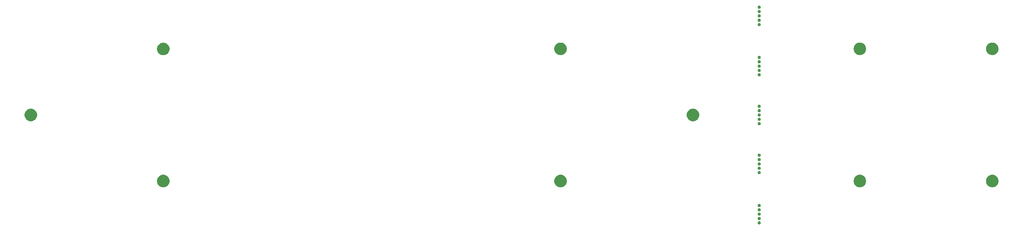
<source format=gbr>
G04 #@! TF.GenerationSoftware,KiCad,Pcbnew,(5.1.2-1)-1*
G04 #@! TF.CreationDate,2020-02-22T12:25:28-06:00*
G04 #@! TF.ProjectId,therick64BA_bottom_plate,74686572-6963-46b3-9634-42415f626f74,rev?*
G04 #@! TF.SameCoordinates,Original*
G04 #@! TF.FileFunction,Soldermask,Top*
G04 #@! TF.FilePolarity,Negative*
%FSLAX46Y46*%
G04 Gerber Fmt 4.6, Leading zero omitted, Abs format (unit mm)*
G04 Created by KiCad (PCBNEW (5.1.2-1)-1) date 2020-02-22 12:25:28*
%MOMM*%
%LPD*%
G04 APERTURE LIST*
%ADD10C,0.100000*%
G04 APERTURE END LIST*
D10*
G36*
X274491552Y-103526331D02*
G01*
X274573627Y-103560328D01*
X274573629Y-103560329D01*
X274610813Y-103585175D01*
X274647495Y-103609685D01*
X274710315Y-103672505D01*
X274759672Y-103746373D01*
X274793669Y-103828448D01*
X274811000Y-103915579D01*
X274811000Y-104004421D01*
X274793669Y-104091552D01*
X274759672Y-104173627D01*
X274759671Y-104173629D01*
X274710314Y-104247496D01*
X274647496Y-104310314D01*
X274573629Y-104359671D01*
X274573628Y-104359672D01*
X274573627Y-104359672D01*
X274491552Y-104393669D01*
X274404421Y-104411000D01*
X274315579Y-104411000D01*
X274228448Y-104393669D01*
X274146373Y-104359672D01*
X274146372Y-104359672D01*
X274146371Y-104359671D01*
X274072504Y-104310314D01*
X274009686Y-104247496D01*
X273960329Y-104173629D01*
X273960328Y-104173627D01*
X273926331Y-104091552D01*
X273909000Y-104004421D01*
X273909000Y-103915579D01*
X273926331Y-103828448D01*
X273960328Y-103746373D01*
X274009685Y-103672505D01*
X274072505Y-103609685D01*
X274109187Y-103585175D01*
X274146371Y-103560329D01*
X274146373Y-103560328D01*
X274228448Y-103526331D01*
X274315579Y-103509000D01*
X274404421Y-103509000D01*
X274491552Y-103526331D01*
X274491552Y-103526331D01*
G37*
G36*
X274491552Y-102276331D02*
G01*
X274573627Y-102310328D01*
X274573629Y-102310329D01*
X274610813Y-102335175D01*
X274647495Y-102359685D01*
X274710315Y-102422505D01*
X274759672Y-102496373D01*
X274793669Y-102578448D01*
X274811000Y-102665579D01*
X274811000Y-102754421D01*
X274793669Y-102841552D01*
X274759672Y-102923627D01*
X274759671Y-102923629D01*
X274710314Y-102997496D01*
X274647496Y-103060314D01*
X274573629Y-103109671D01*
X274573628Y-103109672D01*
X274573627Y-103109672D01*
X274491552Y-103143669D01*
X274404421Y-103161000D01*
X274315579Y-103161000D01*
X274228448Y-103143669D01*
X274146373Y-103109672D01*
X274146372Y-103109672D01*
X274146371Y-103109671D01*
X274072504Y-103060314D01*
X274009686Y-102997496D01*
X273960329Y-102923629D01*
X273960328Y-102923627D01*
X273926331Y-102841552D01*
X273909000Y-102754421D01*
X273909000Y-102665579D01*
X273926331Y-102578448D01*
X273960328Y-102496373D01*
X274009685Y-102422505D01*
X274072505Y-102359685D01*
X274109187Y-102335175D01*
X274146371Y-102310329D01*
X274146373Y-102310328D01*
X274228448Y-102276331D01*
X274315579Y-102259000D01*
X274404421Y-102259000D01*
X274491552Y-102276331D01*
X274491552Y-102276331D01*
G37*
G36*
X274491552Y-101026331D02*
G01*
X274573627Y-101060328D01*
X274573629Y-101060329D01*
X274610813Y-101085175D01*
X274647495Y-101109685D01*
X274710315Y-101172505D01*
X274759672Y-101246373D01*
X274793669Y-101328448D01*
X274811000Y-101415579D01*
X274811000Y-101504421D01*
X274793669Y-101591552D01*
X274759672Y-101673627D01*
X274759671Y-101673629D01*
X274710314Y-101747496D01*
X274647496Y-101810314D01*
X274573629Y-101859671D01*
X274573628Y-101859672D01*
X274573627Y-101859672D01*
X274491552Y-101893669D01*
X274404421Y-101911000D01*
X274315579Y-101911000D01*
X274228448Y-101893669D01*
X274146373Y-101859672D01*
X274146372Y-101859672D01*
X274146371Y-101859671D01*
X274072504Y-101810314D01*
X274009686Y-101747496D01*
X273960329Y-101673629D01*
X273960328Y-101673627D01*
X273926331Y-101591552D01*
X273909000Y-101504421D01*
X273909000Y-101415579D01*
X273926331Y-101328448D01*
X273960328Y-101246373D01*
X274009685Y-101172505D01*
X274072505Y-101109685D01*
X274109187Y-101085175D01*
X274146371Y-101060329D01*
X274146373Y-101060328D01*
X274228448Y-101026331D01*
X274315579Y-101009000D01*
X274404421Y-101009000D01*
X274491552Y-101026331D01*
X274491552Y-101026331D01*
G37*
G36*
X274491552Y-99776331D02*
G01*
X274573627Y-99810328D01*
X274573629Y-99810329D01*
X274610813Y-99835175D01*
X274647495Y-99859685D01*
X274710315Y-99922505D01*
X274759672Y-99996373D01*
X274793669Y-100078448D01*
X274811000Y-100165579D01*
X274811000Y-100254421D01*
X274793669Y-100341552D01*
X274759672Y-100423627D01*
X274759671Y-100423629D01*
X274710314Y-100497496D01*
X274647496Y-100560314D01*
X274573629Y-100609671D01*
X274573628Y-100609672D01*
X274573627Y-100609672D01*
X274491552Y-100643669D01*
X274404421Y-100661000D01*
X274315579Y-100661000D01*
X274228448Y-100643669D01*
X274146373Y-100609672D01*
X274146372Y-100609672D01*
X274146371Y-100609671D01*
X274072504Y-100560314D01*
X274009686Y-100497496D01*
X273960329Y-100423629D01*
X273960328Y-100423627D01*
X273926331Y-100341552D01*
X273909000Y-100254421D01*
X273909000Y-100165579D01*
X273926331Y-100078448D01*
X273960328Y-99996373D01*
X274009685Y-99922505D01*
X274072505Y-99859685D01*
X274109187Y-99835175D01*
X274146371Y-99810329D01*
X274146373Y-99810328D01*
X274228448Y-99776331D01*
X274315579Y-99759000D01*
X274404421Y-99759000D01*
X274491552Y-99776331D01*
X274491552Y-99776331D01*
G37*
G36*
X274491552Y-98526331D02*
G01*
X274573627Y-98560328D01*
X274573629Y-98560329D01*
X274610813Y-98585175D01*
X274647495Y-98609685D01*
X274710315Y-98672505D01*
X274759672Y-98746373D01*
X274793669Y-98828448D01*
X274811000Y-98915579D01*
X274811000Y-99004421D01*
X274793669Y-99091552D01*
X274759672Y-99173627D01*
X274759671Y-99173629D01*
X274710314Y-99247496D01*
X274647496Y-99310314D01*
X274573629Y-99359671D01*
X274573628Y-99359672D01*
X274573627Y-99359672D01*
X274491552Y-99393669D01*
X274404421Y-99411000D01*
X274315579Y-99411000D01*
X274228448Y-99393669D01*
X274146373Y-99359672D01*
X274146372Y-99359672D01*
X274146371Y-99359671D01*
X274072504Y-99310314D01*
X274009686Y-99247496D01*
X273960329Y-99173629D01*
X273960328Y-99173627D01*
X273926331Y-99091552D01*
X273909000Y-99004421D01*
X273909000Y-98915579D01*
X273926331Y-98828448D01*
X273960328Y-98746373D01*
X274009685Y-98672505D01*
X274072505Y-98609685D01*
X274109187Y-98585175D01*
X274146371Y-98560329D01*
X274146373Y-98560328D01*
X274228448Y-98526331D01*
X274315579Y-98509000D01*
X274404421Y-98509000D01*
X274491552Y-98526331D01*
X274491552Y-98526331D01*
G37*
G36*
X341765331Y-90228211D02*
G01*
X342093092Y-90363974D01*
X342388070Y-90561072D01*
X342638928Y-90811930D01*
X342836026Y-91106908D01*
X342971789Y-91434669D01*
X343041000Y-91782616D01*
X343041000Y-92137384D01*
X342971789Y-92485331D01*
X342836026Y-92813092D01*
X342638928Y-93108070D01*
X342388070Y-93358928D01*
X342093092Y-93556026D01*
X341765331Y-93691789D01*
X341417384Y-93761000D01*
X341062616Y-93761000D01*
X340714669Y-93691789D01*
X340386908Y-93556026D01*
X340091930Y-93358928D01*
X339841072Y-93108070D01*
X339643974Y-92813092D01*
X339508211Y-92485331D01*
X339439000Y-92137384D01*
X339439000Y-91782616D01*
X339508211Y-91434669D01*
X339643974Y-91106908D01*
X339841072Y-90811930D01*
X340091930Y-90561072D01*
X340386908Y-90363974D01*
X340714669Y-90228211D01*
X341062616Y-90159000D01*
X341417384Y-90159000D01*
X341765331Y-90228211D01*
X341765331Y-90228211D01*
G37*
G36*
X303765331Y-90228211D02*
G01*
X304093092Y-90363974D01*
X304388070Y-90561072D01*
X304638928Y-90811930D01*
X304836026Y-91106908D01*
X304971789Y-91434669D01*
X305041000Y-91782616D01*
X305041000Y-92137384D01*
X304971789Y-92485331D01*
X304836026Y-92813092D01*
X304638928Y-93108070D01*
X304388070Y-93358928D01*
X304093092Y-93556026D01*
X303765331Y-93691789D01*
X303417384Y-93761000D01*
X303062616Y-93761000D01*
X302714669Y-93691789D01*
X302386908Y-93556026D01*
X302091930Y-93358928D01*
X301841072Y-93108070D01*
X301643974Y-92813092D01*
X301508211Y-92485331D01*
X301439000Y-92137384D01*
X301439000Y-91782616D01*
X301508211Y-91434669D01*
X301643974Y-91106908D01*
X301841072Y-90811930D01*
X302091930Y-90561072D01*
X302386908Y-90363974D01*
X302714669Y-90228211D01*
X303062616Y-90159000D01*
X303417384Y-90159000D01*
X303765331Y-90228211D01*
X303765331Y-90228211D01*
G37*
G36*
X217885331Y-90228211D02*
G01*
X218213092Y-90363974D01*
X218508070Y-90561072D01*
X218758928Y-90811930D01*
X218956026Y-91106908D01*
X219091789Y-91434669D01*
X219161000Y-91782616D01*
X219161000Y-92137384D01*
X219091789Y-92485331D01*
X218956026Y-92813092D01*
X218758928Y-93108070D01*
X218508070Y-93358928D01*
X218213092Y-93556026D01*
X217885331Y-93691789D01*
X217537384Y-93761000D01*
X217182616Y-93761000D01*
X216834669Y-93691789D01*
X216506908Y-93556026D01*
X216211930Y-93358928D01*
X215961072Y-93108070D01*
X215763974Y-92813092D01*
X215628211Y-92485331D01*
X215559000Y-92137384D01*
X215559000Y-91782616D01*
X215628211Y-91434669D01*
X215763974Y-91106908D01*
X215961072Y-90811930D01*
X216211930Y-90561072D01*
X216506908Y-90363974D01*
X216834669Y-90228211D01*
X217182616Y-90159000D01*
X217537384Y-90159000D01*
X217885331Y-90228211D01*
X217885331Y-90228211D01*
G37*
G36*
X103885331Y-90228211D02*
G01*
X104213092Y-90363974D01*
X104508070Y-90561072D01*
X104758928Y-90811930D01*
X104956026Y-91106908D01*
X105091789Y-91434669D01*
X105161000Y-91782616D01*
X105161000Y-92137384D01*
X105091789Y-92485331D01*
X104956026Y-92813092D01*
X104758928Y-93108070D01*
X104508070Y-93358928D01*
X104213092Y-93556026D01*
X103885331Y-93691789D01*
X103537384Y-93761000D01*
X103182616Y-93761000D01*
X102834669Y-93691789D01*
X102506908Y-93556026D01*
X102211930Y-93358928D01*
X101961072Y-93108070D01*
X101763974Y-92813092D01*
X101628211Y-92485331D01*
X101559000Y-92137384D01*
X101559000Y-91782616D01*
X101628211Y-91434669D01*
X101763974Y-91106908D01*
X101961072Y-90811930D01*
X102211930Y-90561072D01*
X102506908Y-90363974D01*
X102834669Y-90228211D01*
X103182616Y-90159000D01*
X103537384Y-90159000D01*
X103885331Y-90228211D01*
X103885331Y-90228211D01*
G37*
G36*
X274491552Y-89086331D02*
G01*
X274573627Y-89120328D01*
X274573629Y-89120329D01*
X274610813Y-89145175D01*
X274647495Y-89169685D01*
X274710315Y-89232505D01*
X274759672Y-89306373D01*
X274793669Y-89388448D01*
X274811000Y-89475579D01*
X274811000Y-89564421D01*
X274793669Y-89651552D01*
X274759672Y-89733627D01*
X274759671Y-89733629D01*
X274710314Y-89807496D01*
X274647496Y-89870314D01*
X274573629Y-89919671D01*
X274573628Y-89919672D01*
X274573627Y-89919672D01*
X274491552Y-89953669D01*
X274404421Y-89971000D01*
X274315579Y-89971000D01*
X274228448Y-89953669D01*
X274146373Y-89919672D01*
X274146372Y-89919672D01*
X274146371Y-89919671D01*
X274072504Y-89870314D01*
X274009686Y-89807496D01*
X273960329Y-89733629D01*
X273960328Y-89733627D01*
X273926331Y-89651552D01*
X273909000Y-89564421D01*
X273909000Y-89475579D01*
X273926331Y-89388448D01*
X273960328Y-89306373D01*
X274009685Y-89232505D01*
X274072505Y-89169685D01*
X274109187Y-89145175D01*
X274146371Y-89120329D01*
X274146373Y-89120328D01*
X274228448Y-89086331D01*
X274315579Y-89069000D01*
X274404421Y-89069000D01*
X274491552Y-89086331D01*
X274491552Y-89086331D01*
G37*
G36*
X274491552Y-87836331D02*
G01*
X274573627Y-87870328D01*
X274573629Y-87870329D01*
X274610813Y-87895175D01*
X274647495Y-87919685D01*
X274710315Y-87982505D01*
X274759672Y-88056373D01*
X274793669Y-88138448D01*
X274811000Y-88225579D01*
X274811000Y-88314421D01*
X274793669Y-88401552D01*
X274759672Y-88483627D01*
X274759671Y-88483629D01*
X274710314Y-88557496D01*
X274647496Y-88620314D01*
X274573629Y-88669671D01*
X274573628Y-88669672D01*
X274573627Y-88669672D01*
X274491552Y-88703669D01*
X274404421Y-88721000D01*
X274315579Y-88721000D01*
X274228448Y-88703669D01*
X274146373Y-88669672D01*
X274146372Y-88669672D01*
X274146371Y-88669671D01*
X274072504Y-88620314D01*
X274009686Y-88557496D01*
X273960329Y-88483629D01*
X273960328Y-88483627D01*
X273926331Y-88401552D01*
X273909000Y-88314421D01*
X273909000Y-88225579D01*
X273926331Y-88138448D01*
X273960328Y-88056373D01*
X274009685Y-87982505D01*
X274072505Y-87919685D01*
X274109187Y-87895175D01*
X274146371Y-87870329D01*
X274146373Y-87870328D01*
X274228448Y-87836331D01*
X274315579Y-87819000D01*
X274404421Y-87819000D01*
X274491552Y-87836331D01*
X274491552Y-87836331D01*
G37*
G36*
X274491552Y-86586331D02*
G01*
X274573627Y-86620328D01*
X274573629Y-86620329D01*
X274610813Y-86645175D01*
X274647495Y-86669685D01*
X274710315Y-86732505D01*
X274759672Y-86806373D01*
X274793669Y-86888448D01*
X274811000Y-86975579D01*
X274811000Y-87064421D01*
X274793669Y-87151552D01*
X274759672Y-87233627D01*
X274759671Y-87233629D01*
X274710314Y-87307496D01*
X274647496Y-87370314D01*
X274573629Y-87419671D01*
X274573628Y-87419672D01*
X274573627Y-87419672D01*
X274491552Y-87453669D01*
X274404421Y-87471000D01*
X274315579Y-87471000D01*
X274228448Y-87453669D01*
X274146373Y-87419672D01*
X274146372Y-87419672D01*
X274146371Y-87419671D01*
X274072504Y-87370314D01*
X274009686Y-87307496D01*
X273960329Y-87233629D01*
X273960328Y-87233627D01*
X273926331Y-87151552D01*
X273909000Y-87064421D01*
X273909000Y-86975579D01*
X273926331Y-86888448D01*
X273960328Y-86806373D01*
X274009685Y-86732505D01*
X274072505Y-86669685D01*
X274109187Y-86645175D01*
X274146371Y-86620329D01*
X274146373Y-86620328D01*
X274228448Y-86586331D01*
X274315579Y-86569000D01*
X274404421Y-86569000D01*
X274491552Y-86586331D01*
X274491552Y-86586331D01*
G37*
G36*
X274491552Y-85336331D02*
G01*
X274573627Y-85370328D01*
X274573629Y-85370329D01*
X274610813Y-85395175D01*
X274647495Y-85419685D01*
X274710315Y-85482505D01*
X274759672Y-85556373D01*
X274793669Y-85638448D01*
X274811000Y-85725579D01*
X274811000Y-85814421D01*
X274793669Y-85901552D01*
X274759672Y-85983627D01*
X274759671Y-85983629D01*
X274710314Y-86057496D01*
X274647496Y-86120314D01*
X274573629Y-86169671D01*
X274573628Y-86169672D01*
X274573627Y-86169672D01*
X274491552Y-86203669D01*
X274404421Y-86221000D01*
X274315579Y-86221000D01*
X274228448Y-86203669D01*
X274146373Y-86169672D01*
X274146372Y-86169672D01*
X274146371Y-86169671D01*
X274072504Y-86120314D01*
X274009686Y-86057496D01*
X273960329Y-85983629D01*
X273960328Y-85983627D01*
X273926331Y-85901552D01*
X273909000Y-85814421D01*
X273909000Y-85725579D01*
X273926331Y-85638448D01*
X273960328Y-85556373D01*
X274009685Y-85482505D01*
X274072505Y-85419685D01*
X274109187Y-85395175D01*
X274146371Y-85370329D01*
X274146373Y-85370328D01*
X274228448Y-85336331D01*
X274315579Y-85319000D01*
X274404421Y-85319000D01*
X274491552Y-85336331D01*
X274491552Y-85336331D01*
G37*
G36*
X274491552Y-84086331D02*
G01*
X274573627Y-84120328D01*
X274573629Y-84120329D01*
X274610813Y-84145175D01*
X274647495Y-84169685D01*
X274710315Y-84232505D01*
X274759672Y-84306373D01*
X274793669Y-84388448D01*
X274811000Y-84475579D01*
X274811000Y-84564421D01*
X274793669Y-84651552D01*
X274759672Y-84733627D01*
X274759671Y-84733629D01*
X274710314Y-84807496D01*
X274647496Y-84870314D01*
X274573629Y-84919671D01*
X274573628Y-84919672D01*
X274573627Y-84919672D01*
X274491552Y-84953669D01*
X274404421Y-84971000D01*
X274315579Y-84971000D01*
X274228448Y-84953669D01*
X274146373Y-84919672D01*
X274146372Y-84919672D01*
X274146371Y-84919671D01*
X274072504Y-84870314D01*
X274009686Y-84807496D01*
X273960329Y-84733629D01*
X273960328Y-84733627D01*
X273926331Y-84651552D01*
X273909000Y-84564421D01*
X273909000Y-84475579D01*
X273926331Y-84388448D01*
X273960328Y-84306373D01*
X274009685Y-84232505D01*
X274072505Y-84169685D01*
X274109187Y-84145175D01*
X274146371Y-84120329D01*
X274146373Y-84120328D01*
X274228448Y-84086331D01*
X274315579Y-84069000D01*
X274404421Y-84069000D01*
X274491552Y-84086331D01*
X274491552Y-84086331D01*
G37*
G36*
X274491552Y-75026331D02*
G01*
X274573627Y-75060328D01*
X274573629Y-75060329D01*
X274610813Y-75085175D01*
X274647495Y-75109685D01*
X274710315Y-75172505D01*
X274759672Y-75246373D01*
X274793669Y-75328448D01*
X274811000Y-75415579D01*
X274811000Y-75504421D01*
X274793669Y-75591552D01*
X274759672Y-75673627D01*
X274759671Y-75673629D01*
X274710314Y-75747496D01*
X274647496Y-75810314D01*
X274573629Y-75859671D01*
X274573628Y-75859672D01*
X274573627Y-75859672D01*
X274491552Y-75893669D01*
X274404421Y-75911000D01*
X274315579Y-75911000D01*
X274228448Y-75893669D01*
X274146373Y-75859672D01*
X274146372Y-75859672D01*
X274146371Y-75859671D01*
X274072504Y-75810314D01*
X274009686Y-75747496D01*
X273960329Y-75673629D01*
X273960328Y-75673627D01*
X273926331Y-75591552D01*
X273909000Y-75504421D01*
X273909000Y-75415579D01*
X273926331Y-75328448D01*
X273960328Y-75246373D01*
X274009685Y-75172505D01*
X274072505Y-75109685D01*
X274109187Y-75085175D01*
X274146371Y-75060329D01*
X274146373Y-75060328D01*
X274228448Y-75026331D01*
X274315579Y-75009000D01*
X274404421Y-75009000D01*
X274491552Y-75026331D01*
X274491552Y-75026331D01*
G37*
G36*
X65885331Y-71228211D02*
G01*
X66213092Y-71363974D01*
X66508070Y-71561072D01*
X66758928Y-71811930D01*
X66956026Y-72106908D01*
X67091789Y-72434669D01*
X67161000Y-72782616D01*
X67161000Y-73137384D01*
X67091789Y-73485331D01*
X66956026Y-73813092D01*
X66758928Y-74108070D01*
X66508070Y-74358928D01*
X66213092Y-74556026D01*
X65885331Y-74691789D01*
X65537384Y-74761000D01*
X65182616Y-74761000D01*
X64834669Y-74691789D01*
X64506908Y-74556026D01*
X64211930Y-74358928D01*
X63961072Y-74108070D01*
X63763974Y-73813092D01*
X63628211Y-73485331D01*
X63559000Y-73137384D01*
X63559000Y-72782616D01*
X63628211Y-72434669D01*
X63763974Y-72106908D01*
X63961072Y-71811930D01*
X64211930Y-71561072D01*
X64506908Y-71363974D01*
X64834669Y-71228211D01*
X65182616Y-71159000D01*
X65537384Y-71159000D01*
X65885331Y-71228211D01*
X65885331Y-71228211D01*
G37*
G36*
X255885331Y-71228211D02*
G01*
X256213092Y-71363974D01*
X256508070Y-71561072D01*
X256758928Y-71811930D01*
X256956026Y-72106908D01*
X257091789Y-72434669D01*
X257161000Y-72782616D01*
X257161000Y-73137384D01*
X257091789Y-73485331D01*
X256956026Y-73813092D01*
X256758928Y-74108070D01*
X256508070Y-74358928D01*
X256213092Y-74556026D01*
X255885331Y-74691789D01*
X255537384Y-74761000D01*
X255182616Y-74761000D01*
X254834669Y-74691789D01*
X254506908Y-74556026D01*
X254211930Y-74358928D01*
X253961072Y-74108070D01*
X253763974Y-73813092D01*
X253628211Y-73485331D01*
X253559000Y-73137384D01*
X253559000Y-72782616D01*
X253628211Y-72434669D01*
X253763974Y-72106908D01*
X253961072Y-71811930D01*
X254211930Y-71561072D01*
X254506908Y-71363974D01*
X254834669Y-71228211D01*
X255182616Y-71159000D01*
X255537384Y-71159000D01*
X255885331Y-71228211D01*
X255885331Y-71228211D01*
G37*
G36*
X274491552Y-73776331D02*
G01*
X274573627Y-73810328D01*
X274573629Y-73810329D01*
X274610813Y-73835175D01*
X274647495Y-73859685D01*
X274710315Y-73922505D01*
X274759672Y-73996373D01*
X274793669Y-74078448D01*
X274811000Y-74165579D01*
X274811000Y-74254421D01*
X274793669Y-74341552D01*
X274759672Y-74423627D01*
X274759671Y-74423629D01*
X274710314Y-74497496D01*
X274647496Y-74560314D01*
X274573629Y-74609671D01*
X274573628Y-74609672D01*
X274573627Y-74609672D01*
X274491552Y-74643669D01*
X274404421Y-74661000D01*
X274315579Y-74661000D01*
X274228448Y-74643669D01*
X274146373Y-74609672D01*
X274146372Y-74609672D01*
X274146371Y-74609671D01*
X274072504Y-74560314D01*
X274009686Y-74497496D01*
X273960329Y-74423629D01*
X273960328Y-74423627D01*
X273926331Y-74341552D01*
X273909000Y-74254421D01*
X273909000Y-74165579D01*
X273926331Y-74078448D01*
X273960328Y-73996373D01*
X274009685Y-73922505D01*
X274072505Y-73859685D01*
X274109187Y-73835175D01*
X274146371Y-73810329D01*
X274146373Y-73810328D01*
X274228448Y-73776331D01*
X274315579Y-73759000D01*
X274404421Y-73759000D01*
X274491552Y-73776331D01*
X274491552Y-73776331D01*
G37*
G36*
X274491552Y-72526331D02*
G01*
X274573627Y-72560328D01*
X274573629Y-72560329D01*
X274610813Y-72585175D01*
X274647495Y-72609685D01*
X274710315Y-72672505D01*
X274759672Y-72746373D01*
X274793669Y-72828448D01*
X274811000Y-72915579D01*
X274811000Y-73004421D01*
X274793669Y-73091552D01*
X274759672Y-73173627D01*
X274759671Y-73173629D01*
X274710314Y-73247496D01*
X274647496Y-73310314D01*
X274573629Y-73359671D01*
X274573628Y-73359672D01*
X274573627Y-73359672D01*
X274491552Y-73393669D01*
X274404421Y-73411000D01*
X274315579Y-73411000D01*
X274228448Y-73393669D01*
X274146373Y-73359672D01*
X274146372Y-73359672D01*
X274146371Y-73359671D01*
X274072504Y-73310314D01*
X274009686Y-73247496D01*
X273960329Y-73173629D01*
X273960328Y-73173627D01*
X273926331Y-73091552D01*
X273909000Y-73004421D01*
X273909000Y-72915579D01*
X273926331Y-72828448D01*
X273960328Y-72746373D01*
X274009685Y-72672505D01*
X274072505Y-72609685D01*
X274109187Y-72585175D01*
X274146371Y-72560329D01*
X274146373Y-72560328D01*
X274228448Y-72526331D01*
X274315579Y-72509000D01*
X274404421Y-72509000D01*
X274491552Y-72526331D01*
X274491552Y-72526331D01*
G37*
G36*
X274491552Y-71276331D02*
G01*
X274573627Y-71310328D01*
X274573629Y-71310329D01*
X274610813Y-71335175D01*
X274647495Y-71359685D01*
X274710315Y-71422505D01*
X274759672Y-71496373D01*
X274793669Y-71578448D01*
X274811000Y-71665579D01*
X274811000Y-71754421D01*
X274793669Y-71841552D01*
X274759672Y-71923627D01*
X274759671Y-71923629D01*
X274710314Y-71997496D01*
X274647496Y-72060314D01*
X274573629Y-72109671D01*
X274573628Y-72109672D01*
X274573627Y-72109672D01*
X274491552Y-72143669D01*
X274404421Y-72161000D01*
X274315579Y-72161000D01*
X274228448Y-72143669D01*
X274146373Y-72109672D01*
X274146372Y-72109672D01*
X274146371Y-72109671D01*
X274072504Y-72060314D01*
X274009686Y-71997496D01*
X273960329Y-71923629D01*
X273960328Y-71923627D01*
X273926331Y-71841552D01*
X273909000Y-71754421D01*
X273909000Y-71665579D01*
X273926331Y-71578448D01*
X273960328Y-71496373D01*
X274009685Y-71422505D01*
X274072505Y-71359685D01*
X274109187Y-71335175D01*
X274146371Y-71310329D01*
X274146373Y-71310328D01*
X274228448Y-71276331D01*
X274315579Y-71259000D01*
X274404421Y-71259000D01*
X274491552Y-71276331D01*
X274491552Y-71276331D01*
G37*
G36*
X274491552Y-70026331D02*
G01*
X274573627Y-70060328D01*
X274573629Y-70060329D01*
X274610813Y-70085175D01*
X274647495Y-70109685D01*
X274710315Y-70172505D01*
X274759672Y-70246373D01*
X274793669Y-70328448D01*
X274811000Y-70415579D01*
X274811000Y-70504421D01*
X274793669Y-70591552D01*
X274759672Y-70673627D01*
X274759671Y-70673629D01*
X274710314Y-70747496D01*
X274647496Y-70810314D01*
X274573629Y-70859671D01*
X274573628Y-70859672D01*
X274573627Y-70859672D01*
X274491552Y-70893669D01*
X274404421Y-70911000D01*
X274315579Y-70911000D01*
X274228448Y-70893669D01*
X274146373Y-70859672D01*
X274146372Y-70859672D01*
X274146371Y-70859671D01*
X274072504Y-70810314D01*
X274009686Y-70747496D01*
X273960329Y-70673629D01*
X273960328Y-70673627D01*
X273926331Y-70591552D01*
X273909000Y-70504421D01*
X273909000Y-70415579D01*
X273926331Y-70328448D01*
X273960328Y-70246373D01*
X274009685Y-70172505D01*
X274072505Y-70109685D01*
X274109187Y-70085175D01*
X274146371Y-70060329D01*
X274146373Y-70060328D01*
X274228448Y-70026331D01*
X274315579Y-70009000D01*
X274404421Y-70009000D01*
X274491552Y-70026331D01*
X274491552Y-70026331D01*
G37*
G36*
X274491552Y-60966331D02*
G01*
X274573627Y-61000328D01*
X274573629Y-61000329D01*
X274610813Y-61025175D01*
X274647495Y-61049685D01*
X274710315Y-61112505D01*
X274759672Y-61186373D01*
X274793669Y-61268448D01*
X274811000Y-61355579D01*
X274811000Y-61444421D01*
X274793669Y-61531552D01*
X274759672Y-61613627D01*
X274759671Y-61613629D01*
X274710314Y-61687496D01*
X274647496Y-61750314D01*
X274573629Y-61799671D01*
X274573628Y-61799672D01*
X274573627Y-61799672D01*
X274491552Y-61833669D01*
X274404421Y-61851000D01*
X274315579Y-61851000D01*
X274228448Y-61833669D01*
X274146373Y-61799672D01*
X274146372Y-61799672D01*
X274146371Y-61799671D01*
X274072504Y-61750314D01*
X274009686Y-61687496D01*
X273960329Y-61613629D01*
X273960328Y-61613627D01*
X273926331Y-61531552D01*
X273909000Y-61444421D01*
X273909000Y-61355579D01*
X273926331Y-61268448D01*
X273960328Y-61186373D01*
X274009685Y-61112505D01*
X274072505Y-61049685D01*
X274109187Y-61025175D01*
X274146371Y-61000329D01*
X274146373Y-61000328D01*
X274228448Y-60966331D01*
X274315579Y-60949000D01*
X274404421Y-60949000D01*
X274491552Y-60966331D01*
X274491552Y-60966331D01*
G37*
G36*
X274491552Y-59716331D02*
G01*
X274573627Y-59750328D01*
X274573629Y-59750329D01*
X274610813Y-59775175D01*
X274647495Y-59799685D01*
X274710315Y-59862505D01*
X274759672Y-59936373D01*
X274793669Y-60018448D01*
X274811000Y-60105579D01*
X274811000Y-60194421D01*
X274793669Y-60281552D01*
X274759672Y-60363627D01*
X274759671Y-60363629D01*
X274710314Y-60437496D01*
X274647496Y-60500314D01*
X274573629Y-60549671D01*
X274573628Y-60549672D01*
X274573627Y-60549672D01*
X274491552Y-60583669D01*
X274404421Y-60601000D01*
X274315579Y-60601000D01*
X274228448Y-60583669D01*
X274146373Y-60549672D01*
X274146372Y-60549672D01*
X274146371Y-60549671D01*
X274072504Y-60500314D01*
X274009686Y-60437496D01*
X273960329Y-60363629D01*
X273960328Y-60363627D01*
X273926331Y-60281552D01*
X273909000Y-60194421D01*
X273909000Y-60105579D01*
X273926331Y-60018448D01*
X273960328Y-59936373D01*
X274009685Y-59862505D01*
X274072505Y-59799685D01*
X274109187Y-59775175D01*
X274146371Y-59750329D01*
X274146373Y-59750328D01*
X274228448Y-59716331D01*
X274315579Y-59699000D01*
X274404421Y-59699000D01*
X274491552Y-59716331D01*
X274491552Y-59716331D01*
G37*
G36*
X274491552Y-58466331D02*
G01*
X274573627Y-58500328D01*
X274573629Y-58500329D01*
X274610813Y-58525175D01*
X274647495Y-58549685D01*
X274710315Y-58612505D01*
X274759672Y-58686373D01*
X274793669Y-58768448D01*
X274811000Y-58855579D01*
X274811000Y-58944421D01*
X274793669Y-59031552D01*
X274759672Y-59113627D01*
X274759671Y-59113629D01*
X274710314Y-59187496D01*
X274647496Y-59250314D01*
X274573629Y-59299671D01*
X274573628Y-59299672D01*
X274573627Y-59299672D01*
X274491552Y-59333669D01*
X274404421Y-59351000D01*
X274315579Y-59351000D01*
X274228448Y-59333669D01*
X274146373Y-59299672D01*
X274146372Y-59299672D01*
X274146371Y-59299671D01*
X274072504Y-59250314D01*
X274009686Y-59187496D01*
X273960329Y-59113629D01*
X273960328Y-59113627D01*
X273926331Y-59031552D01*
X273909000Y-58944421D01*
X273909000Y-58855579D01*
X273926331Y-58768448D01*
X273960328Y-58686373D01*
X274009685Y-58612505D01*
X274072505Y-58549685D01*
X274109187Y-58525175D01*
X274146371Y-58500329D01*
X274146373Y-58500328D01*
X274228448Y-58466331D01*
X274315579Y-58449000D01*
X274404421Y-58449000D01*
X274491552Y-58466331D01*
X274491552Y-58466331D01*
G37*
G36*
X274491552Y-57216331D02*
G01*
X274573627Y-57250328D01*
X274573629Y-57250329D01*
X274610813Y-57275175D01*
X274647495Y-57299685D01*
X274710315Y-57362505D01*
X274759672Y-57436373D01*
X274793669Y-57518448D01*
X274811000Y-57605579D01*
X274811000Y-57694421D01*
X274793669Y-57781552D01*
X274759672Y-57863627D01*
X274759671Y-57863629D01*
X274710314Y-57937496D01*
X274647496Y-58000314D01*
X274573629Y-58049671D01*
X274573628Y-58049672D01*
X274573627Y-58049672D01*
X274491552Y-58083669D01*
X274404421Y-58101000D01*
X274315579Y-58101000D01*
X274228448Y-58083669D01*
X274146373Y-58049672D01*
X274146372Y-58049672D01*
X274146371Y-58049671D01*
X274072504Y-58000314D01*
X274009686Y-57937496D01*
X273960329Y-57863629D01*
X273960328Y-57863627D01*
X273926331Y-57781552D01*
X273909000Y-57694421D01*
X273909000Y-57605579D01*
X273926331Y-57518448D01*
X273960328Y-57436373D01*
X274009685Y-57362505D01*
X274072505Y-57299685D01*
X274109187Y-57275175D01*
X274146371Y-57250329D01*
X274146373Y-57250328D01*
X274228448Y-57216331D01*
X274315579Y-57199000D01*
X274404421Y-57199000D01*
X274491552Y-57216331D01*
X274491552Y-57216331D01*
G37*
G36*
X274491552Y-55966331D02*
G01*
X274573627Y-56000328D01*
X274573629Y-56000329D01*
X274610813Y-56025175D01*
X274647495Y-56049685D01*
X274710315Y-56112505D01*
X274759672Y-56186373D01*
X274793669Y-56268448D01*
X274811000Y-56355579D01*
X274811000Y-56444421D01*
X274793669Y-56531552D01*
X274759672Y-56613627D01*
X274759671Y-56613629D01*
X274710314Y-56687496D01*
X274647496Y-56750314D01*
X274573629Y-56799671D01*
X274573628Y-56799672D01*
X274573627Y-56799672D01*
X274491552Y-56833669D01*
X274404421Y-56851000D01*
X274315579Y-56851000D01*
X274228448Y-56833669D01*
X274146373Y-56799672D01*
X274146372Y-56799672D01*
X274146371Y-56799671D01*
X274072504Y-56750314D01*
X274009686Y-56687496D01*
X273960329Y-56613629D01*
X273960328Y-56613627D01*
X273926331Y-56531552D01*
X273909000Y-56444421D01*
X273909000Y-56355579D01*
X273926331Y-56268448D01*
X273960328Y-56186373D01*
X274009685Y-56112505D01*
X274072505Y-56049685D01*
X274109187Y-56025175D01*
X274146371Y-56000329D01*
X274146373Y-56000328D01*
X274228448Y-55966331D01*
X274315579Y-55949000D01*
X274404421Y-55949000D01*
X274491552Y-55966331D01*
X274491552Y-55966331D01*
G37*
G36*
X103885331Y-52243211D02*
G01*
X104213092Y-52378974D01*
X104508070Y-52576072D01*
X104758928Y-52826930D01*
X104956026Y-53121908D01*
X105091789Y-53449669D01*
X105161000Y-53797616D01*
X105161000Y-54152384D01*
X105091789Y-54500331D01*
X104956026Y-54828092D01*
X104758928Y-55123070D01*
X104508070Y-55373928D01*
X104213092Y-55571026D01*
X103885331Y-55706789D01*
X103537384Y-55776000D01*
X103182616Y-55776000D01*
X102834669Y-55706789D01*
X102506908Y-55571026D01*
X102211930Y-55373928D01*
X101961072Y-55123070D01*
X101763974Y-54828092D01*
X101628211Y-54500331D01*
X101559000Y-54152384D01*
X101559000Y-53797616D01*
X101628211Y-53449669D01*
X101763974Y-53121908D01*
X101961072Y-52826930D01*
X102211930Y-52576072D01*
X102506908Y-52378974D01*
X102834669Y-52243211D01*
X103182616Y-52174000D01*
X103537384Y-52174000D01*
X103885331Y-52243211D01*
X103885331Y-52243211D01*
G37*
G36*
X341765331Y-52228211D02*
G01*
X342093092Y-52363974D01*
X342388070Y-52561072D01*
X342638928Y-52811930D01*
X342836026Y-53106908D01*
X342971789Y-53434669D01*
X343041000Y-53782616D01*
X343041000Y-54137384D01*
X342971789Y-54485331D01*
X342836026Y-54813092D01*
X342638928Y-55108070D01*
X342388070Y-55358928D01*
X342093092Y-55556026D01*
X341765331Y-55691789D01*
X341417384Y-55761000D01*
X341062616Y-55761000D01*
X340714669Y-55691789D01*
X340386908Y-55556026D01*
X340091930Y-55358928D01*
X339841072Y-55108070D01*
X339643974Y-54813092D01*
X339508211Y-54485331D01*
X339439000Y-54137384D01*
X339439000Y-53782616D01*
X339508211Y-53434669D01*
X339643974Y-53106908D01*
X339841072Y-52811930D01*
X340091930Y-52561072D01*
X340386908Y-52363974D01*
X340714669Y-52228211D01*
X341062616Y-52159000D01*
X341417384Y-52159000D01*
X341765331Y-52228211D01*
X341765331Y-52228211D01*
G37*
G36*
X303765331Y-52228211D02*
G01*
X304093092Y-52363974D01*
X304388070Y-52561072D01*
X304638928Y-52811930D01*
X304836026Y-53106908D01*
X304971789Y-53434669D01*
X305041000Y-53782616D01*
X305041000Y-54137384D01*
X304971789Y-54485331D01*
X304836026Y-54813092D01*
X304638928Y-55108070D01*
X304388070Y-55358928D01*
X304093092Y-55556026D01*
X303765331Y-55691789D01*
X303417384Y-55761000D01*
X303062616Y-55761000D01*
X302714669Y-55691789D01*
X302386908Y-55556026D01*
X302091930Y-55358928D01*
X301841072Y-55108070D01*
X301643974Y-54813092D01*
X301508211Y-54485331D01*
X301439000Y-54137384D01*
X301439000Y-53782616D01*
X301508211Y-53434669D01*
X301643974Y-53106908D01*
X301841072Y-52811930D01*
X302091930Y-52561072D01*
X302386908Y-52363974D01*
X302714669Y-52228211D01*
X303062616Y-52159000D01*
X303417384Y-52159000D01*
X303765331Y-52228211D01*
X303765331Y-52228211D01*
G37*
G36*
X217885331Y-52228211D02*
G01*
X218213092Y-52363974D01*
X218508070Y-52561072D01*
X218758928Y-52811930D01*
X218956026Y-53106908D01*
X219091789Y-53434669D01*
X219161000Y-53782616D01*
X219161000Y-54137384D01*
X219091789Y-54485331D01*
X218956026Y-54813092D01*
X218758928Y-55108070D01*
X218508070Y-55358928D01*
X218213092Y-55556026D01*
X217885331Y-55691789D01*
X217537384Y-55761000D01*
X217182616Y-55761000D01*
X216834669Y-55691789D01*
X216506908Y-55556026D01*
X216211930Y-55358928D01*
X215961072Y-55108070D01*
X215763974Y-54813092D01*
X215628211Y-54485331D01*
X215559000Y-54137384D01*
X215559000Y-53782616D01*
X215628211Y-53434669D01*
X215763974Y-53106908D01*
X215961072Y-52811930D01*
X216211930Y-52561072D01*
X216506908Y-52363974D01*
X216834669Y-52228211D01*
X217182616Y-52159000D01*
X217537384Y-52159000D01*
X217885331Y-52228211D01*
X217885331Y-52228211D01*
G37*
G36*
X274491552Y-46526331D02*
G01*
X274573627Y-46560328D01*
X274573629Y-46560329D01*
X274610813Y-46585175D01*
X274647495Y-46609685D01*
X274710315Y-46672505D01*
X274759672Y-46746373D01*
X274793669Y-46828448D01*
X274811000Y-46915579D01*
X274811000Y-47004421D01*
X274793669Y-47091552D01*
X274759672Y-47173627D01*
X274759671Y-47173629D01*
X274710314Y-47247496D01*
X274647496Y-47310314D01*
X274573629Y-47359671D01*
X274573628Y-47359672D01*
X274573627Y-47359672D01*
X274491552Y-47393669D01*
X274404421Y-47411000D01*
X274315579Y-47411000D01*
X274228448Y-47393669D01*
X274146373Y-47359672D01*
X274146372Y-47359672D01*
X274146371Y-47359671D01*
X274072504Y-47310314D01*
X274009686Y-47247496D01*
X273960329Y-47173629D01*
X273960328Y-47173627D01*
X273926331Y-47091552D01*
X273909000Y-47004421D01*
X273909000Y-46915579D01*
X273926331Y-46828448D01*
X273960328Y-46746373D01*
X274009685Y-46672505D01*
X274072505Y-46609685D01*
X274109187Y-46585175D01*
X274146371Y-46560329D01*
X274146373Y-46560328D01*
X274228448Y-46526331D01*
X274315579Y-46509000D01*
X274404421Y-46509000D01*
X274491552Y-46526331D01*
X274491552Y-46526331D01*
G37*
G36*
X274491552Y-45276331D02*
G01*
X274573627Y-45310328D01*
X274573629Y-45310329D01*
X274610813Y-45335175D01*
X274647495Y-45359685D01*
X274710315Y-45422505D01*
X274759672Y-45496373D01*
X274793669Y-45578448D01*
X274811000Y-45665579D01*
X274811000Y-45754421D01*
X274793669Y-45841552D01*
X274759672Y-45923627D01*
X274759671Y-45923629D01*
X274710314Y-45997496D01*
X274647496Y-46060314D01*
X274573629Y-46109671D01*
X274573628Y-46109672D01*
X274573627Y-46109672D01*
X274491552Y-46143669D01*
X274404421Y-46161000D01*
X274315579Y-46161000D01*
X274228448Y-46143669D01*
X274146373Y-46109672D01*
X274146372Y-46109672D01*
X274146371Y-46109671D01*
X274072504Y-46060314D01*
X274009686Y-45997496D01*
X273960329Y-45923629D01*
X273960328Y-45923627D01*
X273926331Y-45841552D01*
X273909000Y-45754421D01*
X273909000Y-45665579D01*
X273926331Y-45578448D01*
X273960328Y-45496373D01*
X274009685Y-45422505D01*
X274072505Y-45359685D01*
X274109187Y-45335175D01*
X274146371Y-45310329D01*
X274146373Y-45310328D01*
X274228448Y-45276331D01*
X274315579Y-45259000D01*
X274404421Y-45259000D01*
X274491552Y-45276331D01*
X274491552Y-45276331D01*
G37*
G36*
X274491552Y-44026331D02*
G01*
X274573627Y-44060328D01*
X274573629Y-44060329D01*
X274610813Y-44085175D01*
X274647495Y-44109685D01*
X274710315Y-44172505D01*
X274759672Y-44246373D01*
X274793669Y-44328448D01*
X274811000Y-44415579D01*
X274811000Y-44504421D01*
X274793669Y-44591552D01*
X274759672Y-44673627D01*
X274759671Y-44673629D01*
X274710314Y-44747496D01*
X274647496Y-44810314D01*
X274573629Y-44859671D01*
X274573628Y-44859672D01*
X274573627Y-44859672D01*
X274491552Y-44893669D01*
X274404421Y-44911000D01*
X274315579Y-44911000D01*
X274228448Y-44893669D01*
X274146373Y-44859672D01*
X274146372Y-44859672D01*
X274146371Y-44859671D01*
X274072504Y-44810314D01*
X274009686Y-44747496D01*
X273960329Y-44673629D01*
X273960328Y-44673627D01*
X273926331Y-44591552D01*
X273909000Y-44504421D01*
X273909000Y-44415579D01*
X273926331Y-44328448D01*
X273960328Y-44246373D01*
X274009685Y-44172505D01*
X274072505Y-44109685D01*
X274109187Y-44085175D01*
X274146371Y-44060329D01*
X274146373Y-44060328D01*
X274228448Y-44026331D01*
X274315579Y-44009000D01*
X274404421Y-44009000D01*
X274491552Y-44026331D01*
X274491552Y-44026331D01*
G37*
G36*
X274491552Y-42776331D02*
G01*
X274573627Y-42810328D01*
X274573629Y-42810329D01*
X274610813Y-42835175D01*
X274647495Y-42859685D01*
X274710315Y-42922505D01*
X274759672Y-42996373D01*
X274793669Y-43078448D01*
X274811000Y-43165579D01*
X274811000Y-43254421D01*
X274793669Y-43341552D01*
X274759672Y-43423627D01*
X274759671Y-43423629D01*
X274710314Y-43497496D01*
X274647496Y-43560314D01*
X274573629Y-43609671D01*
X274573628Y-43609672D01*
X274573627Y-43609672D01*
X274491552Y-43643669D01*
X274404421Y-43661000D01*
X274315579Y-43661000D01*
X274228448Y-43643669D01*
X274146373Y-43609672D01*
X274146372Y-43609672D01*
X274146371Y-43609671D01*
X274072504Y-43560314D01*
X274009686Y-43497496D01*
X273960329Y-43423629D01*
X273960328Y-43423627D01*
X273926331Y-43341552D01*
X273909000Y-43254421D01*
X273909000Y-43165579D01*
X273926331Y-43078448D01*
X273960328Y-42996373D01*
X274009685Y-42922505D01*
X274072505Y-42859685D01*
X274109187Y-42835175D01*
X274146371Y-42810329D01*
X274146373Y-42810328D01*
X274228448Y-42776331D01*
X274315579Y-42759000D01*
X274404421Y-42759000D01*
X274491552Y-42776331D01*
X274491552Y-42776331D01*
G37*
G36*
X274491552Y-41526331D02*
G01*
X274573627Y-41560328D01*
X274573629Y-41560329D01*
X274610813Y-41585175D01*
X274647495Y-41609685D01*
X274710315Y-41672505D01*
X274759672Y-41746373D01*
X274793669Y-41828448D01*
X274811000Y-41915579D01*
X274811000Y-42004421D01*
X274793669Y-42091552D01*
X274759672Y-42173627D01*
X274759671Y-42173629D01*
X274710314Y-42247496D01*
X274647496Y-42310314D01*
X274573629Y-42359671D01*
X274573628Y-42359672D01*
X274573627Y-42359672D01*
X274491552Y-42393669D01*
X274404421Y-42411000D01*
X274315579Y-42411000D01*
X274228448Y-42393669D01*
X274146373Y-42359672D01*
X274146372Y-42359672D01*
X274146371Y-42359671D01*
X274072504Y-42310314D01*
X274009686Y-42247496D01*
X273960329Y-42173629D01*
X273960328Y-42173627D01*
X273926331Y-42091552D01*
X273909000Y-42004421D01*
X273909000Y-41915579D01*
X273926331Y-41828448D01*
X273960328Y-41746373D01*
X274009685Y-41672505D01*
X274072505Y-41609685D01*
X274109187Y-41585175D01*
X274146371Y-41560329D01*
X274146373Y-41560328D01*
X274228448Y-41526331D01*
X274315579Y-41509000D01*
X274404421Y-41509000D01*
X274491552Y-41526331D01*
X274491552Y-41526331D01*
G37*
M02*

</source>
